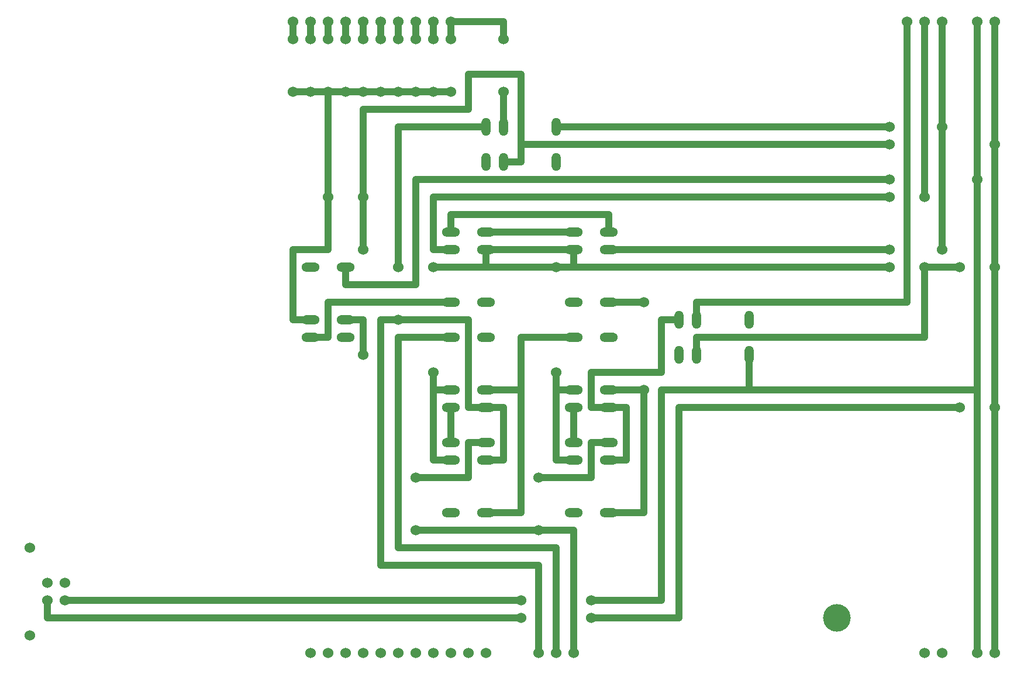
<source format=gbr>
G04 DesignSpark PCB Gerber Version 9.0 Build 5115 *
%FSLAX35Y35*%
%MOIN*%
%ADD24O,0.05200X0.10400*%
%ADD29C,0.03937*%
%ADD10C,0.06000*%
%ADD18O,0.10400X0.05200*%
%ADD73C,0.15748*%
X0Y0D02*
D02*
D10*
X27022Y28596D03*
Y78596D03*
X37022Y48596D03*
Y58596D03*
X47022Y48596D03*
Y58596D03*
X177022Y338596D03*
Y368596D03*
Y378596D03*
X187022Y18596D03*
Y338596D03*
Y368596D03*
Y378596D03*
X197022Y18596D03*
Y278596D03*
Y338596D03*
Y368596D03*
Y378596D03*
X207022Y18596D03*
Y338596D03*
Y368596D03*
Y378596D03*
X217022Y18596D03*
Y188596D03*
Y248596D03*
Y278596D03*
Y338596D03*
Y368596D03*
Y378596D03*
X227022Y18596D03*
Y338596D03*
Y368596D03*
Y378596D03*
X237022Y18596D03*
Y208596D03*
Y238596D03*
Y338596D03*
Y368596D03*
Y378596D03*
X247022Y18596D03*
Y88596D03*
Y118596D03*
Y338596D03*
Y368596D03*
Y378596D03*
X257022Y18596D03*
Y178596D03*
Y238596D03*
Y338596D03*
Y368596D03*
Y378596D03*
X267022Y18596D03*
Y338596D03*
Y368596D03*
Y378596D03*
X277022Y18596D03*
X287022D03*
X297022Y338596D03*
Y368596D03*
X307022Y38596D03*
Y48596D03*
X317022Y18596D03*
Y88596D03*
Y118596D03*
X327022Y18596D03*
Y178596D03*
Y238596D03*
X337022Y18596D03*
X347022Y38596D03*
Y48596D03*
X377022Y168596D03*
Y218596D03*
X517022Y238596D03*
Y248596D03*
Y278596D03*
Y288596D03*
Y308596D03*
Y318596D03*
X527022Y378596D03*
X537022Y18596D03*
Y238596D03*
Y278596D03*
Y378596D03*
X547022Y18596D03*
Y248596D03*
Y318596D03*
Y378596D03*
X557022Y158596D03*
Y238596D03*
X567022Y18596D03*
Y288596D03*
Y378596D03*
X577022Y18596D03*
Y158596D03*
Y238596D03*
Y308596D03*
Y378596D03*
D02*
D18*
X187022Y198596D03*
Y208596D03*
Y238596D03*
X207022Y198596D03*
Y208596D03*
Y238596D03*
X267022Y98596D03*
Y128596D03*
Y138596D03*
Y158596D03*
Y168596D03*
Y198596D03*
Y218596D03*
Y248596D03*
Y258596D03*
X287022Y98596D03*
Y128596D03*
Y138596D03*
Y158596D03*
Y168596D03*
Y198596D03*
Y218596D03*
Y248596D03*
Y258596D03*
X337022Y98596D03*
Y128596D03*
Y138596D03*
Y158596D03*
Y168596D03*
Y198596D03*
Y218596D03*
Y248596D03*
Y258596D03*
X357022Y98596D03*
Y128596D03*
Y138596D03*
Y158596D03*
Y168596D03*
Y198596D03*
Y218596D03*
Y248596D03*
Y258596D03*
D02*
D24*
X287022Y298596D03*
Y318596D03*
X297022Y298596D03*
Y318596D03*
X327022Y298596D03*
Y318596D03*
X397022Y188596D03*
Y208596D03*
X407022Y188596D03*
Y208596D03*
X437022Y188596D03*
Y208596D03*
D02*
D29*
X37022Y48596D02*
Y38596D01*
X307022*
X47022Y48596D02*
X307022D01*
X177022Y338596D02*
X187022D01*
X177022Y378596D02*
Y368596D01*
X187022Y208596D02*
X177022D01*
Y248596*
X197022*
Y278596*
X187022Y338596D02*
X197022D01*
X187022Y378596D02*
Y368596D01*
X197022Y338596D02*
Y278596D01*
Y338596D02*
X207022D01*
X197022Y378596D02*
Y368596D01*
X207022Y208596D02*
X217022D01*
Y188596*
X207022Y238596D02*
Y228596D01*
X247022*
Y288596*
X517022*
X207022Y378596D02*
Y368596D01*
X217022Y278596D02*
Y248596D01*
Y278596D02*
Y328596D01*
X277022*
Y348596*
X307022*
Y308596*
X217022Y338596D02*
X227022D01*
X217022D02*
X207022D01*
X217022Y378596D02*
Y368596D01*
X227022Y338596D02*
X237022D01*
X227022Y378596D02*
Y368596D01*
X237022Y208596D02*
X277022D01*
Y158596*
X287022*
X237022Y238596D02*
Y318596D01*
X287022*
X237022Y338596D02*
X247022D01*
X237022Y378596D02*
Y368596D01*
X247022Y378596D02*
Y368596D01*
X257022Y168596D02*
Y178596D01*
Y168596D02*
Y128596D01*
X267022*
X257022Y238596D02*
X287022D01*
X257022Y338596D02*
X247022D01*
X257022Y378596D02*
Y368596D01*
X267022Y138596D02*
Y158596D01*
Y168596D02*
X257022D01*
X267022Y218596D02*
X197022D01*
Y198596*
X187022*
X267022Y248596D02*
X257022D01*
Y278596*
X517022*
X267022Y258596D02*
Y268596D01*
X357022*
Y258596*
X267022Y338596D02*
X257022D01*
X267022Y378596D02*
Y368596D01*
Y378596D02*
X297022D01*
X287022Y138596D02*
X277022D01*
Y118596*
X247022*
X287022Y158596D02*
X297022D01*
Y128596*
X287022*
Y238596D02*
X327022D01*
X287022Y248596D02*
Y238596D01*
Y248596D02*
X337022D01*
X287022Y258596D02*
X337022D01*
X297022Y298596D02*
X307022D01*
Y308596*
X297022Y338596D02*
Y318596D01*
Y378596D02*
Y368596D01*
X307022Y168596D02*
Y98596D01*
X287022*
X307022Y168596D02*
X287022D01*
X307022Y308596D02*
X517022D01*
X317022Y18596D02*
Y68596D01*
X227022*
Y208596*
X237022*
X317022Y88596D02*
X337022D01*
Y18596*
X317022Y88596D02*
X247022D01*
X327022Y18596D02*
Y78596D01*
X237022*
Y198596*
X267022*
X327022Y168596D02*
Y178596D01*
Y168596D02*
X337022D01*
X327022Y238596D02*
X337022D01*
X327022Y318596D02*
X517022D01*
X337022Y128596D02*
X327022D01*
Y168596*
X337022Y158596D02*
Y138596D01*
Y198596D02*
X307022D01*
Y168596*
X337022Y238596D02*
X517022D01*
X337022Y248596D02*
Y238596D01*
X347022Y48596D02*
X387022D01*
Y168596*
X437022*
X357022Y138596D02*
X347022D01*
Y118596*
X317022*
X357022Y158596D02*
X347022D01*
Y178596*
X387022*
Y208596*
X397022*
X357022Y158596D02*
X367022D01*
Y128596*
X357022*
Y168596D02*
X377022D01*
X357022Y218596D02*
X377022D01*
X357022Y248596D02*
X517022D01*
X377022Y168596D02*
Y98596D01*
X357022*
X407022Y208596D02*
Y218596D01*
X527022*
Y378596*
X437022Y168596D02*
X567022D01*
X437022Y188596D02*
Y168596D01*
X537022Y238596D02*
Y198596D01*
X407022*
Y188596*
X537022Y238596D02*
X557022D01*
X537022Y378596D02*
Y278596D01*
X547022Y318596D02*
Y248596D01*
Y378596D02*
Y318596D01*
X557022Y158596D02*
X397022D01*
Y38596*
X347022*
X567022Y168596D02*
Y18596D01*
Y288596D02*
Y168596D01*
Y378596D02*
Y288596D01*
X577022Y158596D02*
Y18596D01*
Y238596D02*
Y158596D01*
Y308596D02*
Y238596D01*
Y378596D02*
Y308596D01*
D02*
D73*
X487022Y38596D03*
X0Y0D02*
M02*

</source>
